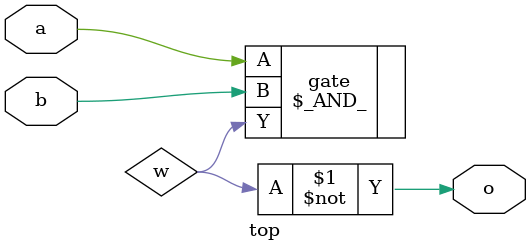
<source format=v>
module top(input a, b, output o);
wire w;
(* keep *) \$_AND_ gate (.Y(w), .A(a), .B(b));
assign o = ~w;
endmodule

</source>
